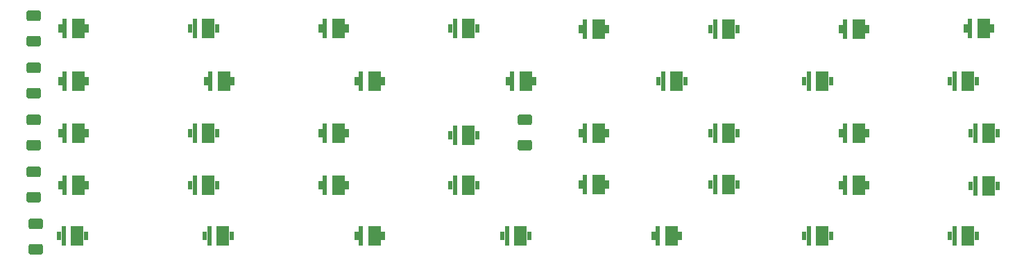
<source format=gbr>
%TF.GenerationSoftware,KiCad,Pcbnew,(5.1.9)-1*%
%TF.CreationDate,2021-12-14T13:52:55-06:00*%
%TF.ProjectId,Tri-Color-Panel,5472692d-436f-46c6-9f72-2d50616e656c,rev?*%
%TF.SameCoordinates,Original*%
%TF.FileFunction,Paste,Top*%
%TF.FilePolarity,Positive*%
%FSLAX46Y46*%
G04 Gerber Fmt 4.6, Leading zero omitted, Abs format (unit mm)*
G04 Created by KiCad (PCBNEW (5.1.9)-1) date 2021-12-14 13:52:55*
%MOMM*%
%LPD*%
G01*
G04 APERTURE LIST*
%ADD10R,1.600000X2.400000*%
%ADD11R,0.600000X2.400000*%
%ADD12R,0.500000X1.000000*%
G04 APERTURE END LIST*
D10*
%TO.C,D1*%
X91551000Y-79375000D03*
D11*
X89901000Y-79375000D03*
D12*
X89351000Y-79375000D03*
X92601000Y-79375000D03*
%TD*%
%TO.C,R1*%
G36*
G01*
X86731001Y-78475000D02*
X85480999Y-78475000D01*
G75*
G02*
X85231000Y-78225001I0J249999D01*
G01*
X85231000Y-77424999D01*
G75*
G02*
X85480999Y-77175000I249999J0D01*
G01*
X86731001Y-77175000D01*
G75*
G02*
X86981000Y-77424999I0J-249999D01*
G01*
X86981000Y-78225001D01*
G75*
G02*
X86731001Y-78475000I-249999J0D01*
G01*
G37*
G36*
G01*
X86731001Y-81575000D02*
X85480999Y-81575000D01*
G75*
G02*
X85231000Y-81325001I0J249999D01*
G01*
X85231000Y-80524999D01*
G75*
G02*
X85480999Y-80275000I249999J0D01*
G01*
X86731001Y-80275000D01*
G75*
G02*
X86981000Y-80524999I0J-249999D01*
G01*
X86981000Y-81325001D01*
G75*
G02*
X86731001Y-81575000I-249999J0D01*
G01*
G37*
%TD*%
%TO.C,R2*%
G36*
G01*
X86731001Y-100625000D02*
X85480999Y-100625000D01*
G75*
G02*
X85231000Y-100375001I0J249999D01*
G01*
X85231000Y-99574999D01*
G75*
G02*
X85480999Y-99325000I249999J0D01*
G01*
X86731001Y-99325000D01*
G75*
G02*
X86981000Y-99574999I0J-249999D01*
G01*
X86981000Y-100375001D01*
G75*
G02*
X86731001Y-100625000I-249999J0D01*
G01*
G37*
G36*
G01*
X86731001Y-97525000D02*
X85480999Y-97525000D01*
G75*
G02*
X85231000Y-97275001I0J249999D01*
G01*
X85231000Y-96474999D01*
G75*
G02*
X85480999Y-96225000I249999J0D01*
G01*
X86731001Y-96225000D01*
G75*
G02*
X86981000Y-96474999I0J-249999D01*
G01*
X86981000Y-97275001D01*
G75*
G02*
X86731001Y-97525000I-249999J0D01*
G01*
G37*
%TD*%
%TO.C,R3*%
G36*
G01*
X86731001Y-84825000D02*
X85480999Y-84825000D01*
G75*
G02*
X85231000Y-84575001I0J249999D01*
G01*
X85231000Y-83774999D01*
G75*
G02*
X85480999Y-83525000I249999J0D01*
G01*
X86731001Y-83525000D01*
G75*
G02*
X86981000Y-83774999I0J-249999D01*
G01*
X86981000Y-84575001D01*
G75*
G02*
X86731001Y-84825000I-249999J0D01*
G01*
G37*
G36*
G01*
X86731001Y-87925000D02*
X85480999Y-87925000D01*
G75*
G02*
X85231000Y-87675001I0J249999D01*
G01*
X85231000Y-86874999D01*
G75*
G02*
X85480999Y-86625000I249999J0D01*
G01*
X86731001Y-86625000D01*
G75*
G02*
X86981000Y-86874999I0J-249999D01*
G01*
X86981000Y-87675001D01*
G75*
G02*
X86731001Y-87925000I-249999J0D01*
G01*
G37*
%TD*%
%TO.C,R4*%
G36*
G01*
X86985001Y-106975000D02*
X85734999Y-106975000D01*
G75*
G02*
X85485000Y-106725001I0J249999D01*
G01*
X85485000Y-105924999D01*
G75*
G02*
X85734999Y-105675000I249999J0D01*
G01*
X86985001Y-105675000D01*
G75*
G02*
X87235000Y-105924999I0J-249999D01*
G01*
X87235000Y-106725001D01*
G75*
G02*
X86985001Y-106975000I-249999J0D01*
G01*
G37*
G36*
G01*
X86985001Y-103875000D02*
X85734999Y-103875000D01*
G75*
G02*
X85485000Y-103625001I0J249999D01*
G01*
X85485000Y-102824999D01*
G75*
G02*
X85734999Y-102575000I249999J0D01*
G01*
X86985001Y-102575000D01*
G75*
G02*
X87235000Y-102824999I0J-249999D01*
G01*
X87235000Y-103625001D01*
G75*
G02*
X86985001Y-103875000I-249999J0D01*
G01*
G37*
%TD*%
%TO.C,R5*%
G36*
G01*
X86731001Y-91175000D02*
X85480999Y-91175000D01*
G75*
G02*
X85231000Y-90925001I0J249999D01*
G01*
X85231000Y-90124999D01*
G75*
G02*
X85480999Y-89875000I249999J0D01*
G01*
X86731001Y-89875000D01*
G75*
G02*
X86981000Y-90124999I0J-249999D01*
G01*
X86981000Y-90925001D01*
G75*
G02*
X86731001Y-91175000I-249999J0D01*
G01*
G37*
G36*
G01*
X86731001Y-94275000D02*
X85480999Y-94275000D01*
G75*
G02*
X85231000Y-94025001I0J249999D01*
G01*
X85231000Y-93224999D01*
G75*
G02*
X85480999Y-92975000I249999J0D01*
G01*
X86731001Y-92975000D01*
G75*
G02*
X86981000Y-93224999I0J-249999D01*
G01*
X86981000Y-94025001D01*
G75*
G02*
X86731001Y-94275000I-249999J0D01*
G01*
G37*
%TD*%
%TO.C,R6*%
G36*
G01*
X146675001Y-94275000D02*
X145424999Y-94275000D01*
G75*
G02*
X145175000Y-94025001I0J249999D01*
G01*
X145175000Y-93224999D01*
G75*
G02*
X145424999Y-92975000I249999J0D01*
G01*
X146675001Y-92975000D01*
G75*
G02*
X146925000Y-93224999I0J-249999D01*
G01*
X146925000Y-94025001D01*
G75*
G02*
X146675001Y-94275000I-249999J0D01*
G01*
G37*
G36*
G01*
X146675001Y-91175000D02*
X145424999Y-91175000D01*
G75*
G02*
X145175000Y-90925001I0J249999D01*
G01*
X145175000Y-90124999D01*
G75*
G02*
X145424999Y-89875000I249999J0D01*
G01*
X146675001Y-89875000D01*
G75*
G02*
X146925000Y-90124999I0J-249999D01*
G01*
X146925000Y-90925001D01*
G75*
G02*
X146675001Y-91175000I-249999J0D01*
G01*
G37*
%TD*%
D10*
%TO.C,D2*%
X107426000Y-79375000D03*
D11*
X105776000Y-79375000D03*
D12*
X105226000Y-79375000D03*
X108476000Y-79375000D03*
%TD*%
%TO.C,D3*%
X124351000Y-79375000D03*
X121101000Y-79375000D03*
D11*
X121651000Y-79375000D03*
D10*
X123301000Y-79375000D03*
%TD*%
%TO.C,D4*%
X139176000Y-79375000D03*
D11*
X137526000Y-79375000D03*
D12*
X136976000Y-79375000D03*
X140226000Y-79375000D03*
%TD*%
%TO.C,D5*%
X156101000Y-79446000D03*
X152851000Y-79446000D03*
D11*
X153401000Y-79446000D03*
D10*
X155051000Y-79446000D03*
%TD*%
%TO.C,D6*%
X170926000Y-79446000D03*
D11*
X169276000Y-79446000D03*
D12*
X168726000Y-79446000D03*
X171976000Y-79446000D03*
%TD*%
%TO.C,D7*%
X187851000Y-79446000D03*
X184601000Y-79446000D03*
D11*
X185151000Y-79446000D03*
D10*
X186801000Y-79446000D03*
%TD*%
%TO.C,D8*%
X202041000Y-79375000D03*
D11*
X200391000Y-79375000D03*
D12*
X199841000Y-79375000D03*
X203091000Y-79375000D03*
%TD*%
%TO.C,D9*%
X92601000Y-98496000D03*
X89351000Y-98496000D03*
D11*
X89901000Y-98496000D03*
D10*
X91551000Y-98496000D03*
%TD*%
%TO.C,D10*%
X107426000Y-98496000D03*
D11*
X105776000Y-98496000D03*
D12*
X105226000Y-98496000D03*
X108476000Y-98496000D03*
%TD*%
%TO.C,D11*%
X124351000Y-98496000D03*
X121101000Y-98496000D03*
D11*
X121651000Y-98496000D03*
D10*
X123301000Y-98496000D03*
%TD*%
%TO.C,D12*%
X139176000Y-98496000D03*
D11*
X137526000Y-98496000D03*
D12*
X136976000Y-98496000D03*
X140226000Y-98496000D03*
%TD*%
%TO.C,D13*%
X156116000Y-98425000D03*
X152866000Y-98425000D03*
D11*
X153416000Y-98425000D03*
D10*
X155066000Y-98425000D03*
%TD*%
D12*
%TO.C,D14*%
X171992000Y-98425000D03*
X168742000Y-98425000D03*
D11*
X169292000Y-98425000D03*
D10*
X170942000Y-98425000D03*
%TD*%
%TO.C,D15*%
X186801000Y-98496000D03*
D11*
X185151000Y-98496000D03*
D12*
X184601000Y-98496000D03*
X187851000Y-98496000D03*
%TD*%
%TO.C,D16*%
X203742000Y-98552000D03*
X200492000Y-98552000D03*
D11*
X201042000Y-98552000D03*
D10*
X202692000Y-98552000D03*
%TD*%
D12*
%TO.C,D17*%
X92601000Y-85796000D03*
X89351000Y-85796000D03*
D11*
X89901000Y-85796000D03*
D10*
X91551000Y-85796000D03*
%TD*%
D12*
%TO.C,D18*%
X110381000Y-85796000D03*
X107131000Y-85796000D03*
D11*
X107681000Y-85796000D03*
D10*
X109331000Y-85796000D03*
%TD*%
D12*
%TO.C,D19*%
X128759500Y-85796000D03*
X125509500Y-85796000D03*
D11*
X126059500Y-85796000D03*
D10*
X127709500Y-85796000D03*
%TD*%
%TO.C,D20*%
X146161000Y-85796000D03*
D11*
X144511000Y-85796000D03*
D12*
X143961000Y-85796000D03*
X147211000Y-85796000D03*
%TD*%
%TO.C,D21*%
X165626000Y-85796000D03*
X162376000Y-85796000D03*
D11*
X162926000Y-85796000D03*
D10*
X164576000Y-85796000D03*
%TD*%
%TO.C,D22*%
X182356000Y-85796000D03*
D11*
X180706000Y-85796000D03*
D12*
X180156000Y-85796000D03*
X183406000Y-85796000D03*
%TD*%
%TO.C,D23*%
X201186000Y-85796000D03*
X197936000Y-85796000D03*
D11*
X198486000Y-85796000D03*
D10*
X200136000Y-85796000D03*
%TD*%
%TO.C,D24*%
X91424000Y-104719000D03*
D11*
X89774000Y-104719000D03*
D12*
X89224000Y-104719000D03*
X92474000Y-104719000D03*
%TD*%
%TO.C,D25*%
X110254000Y-104719000D03*
X107004000Y-104719000D03*
D11*
X107554000Y-104719000D03*
D10*
X109204000Y-104719000D03*
%TD*%
%TO.C,D26*%
X127709500Y-104719000D03*
D11*
X126059500Y-104719000D03*
D12*
X125509500Y-104719000D03*
X128759500Y-104719000D03*
%TD*%
%TO.C,D27*%
X146592000Y-104719000D03*
X143342000Y-104719000D03*
D11*
X143892000Y-104719000D03*
D10*
X145542000Y-104719000D03*
%TD*%
%TO.C,D28*%
X163941000Y-104719000D03*
D11*
X162291000Y-104719000D03*
D12*
X161741000Y-104719000D03*
X164991000Y-104719000D03*
%TD*%
%TO.C,D29*%
X183406000Y-104719000D03*
X180156000Y-104719000D03*
D11*
X180706000Y-104719000D03*
D10*
X182356000Y-104719000D03*
%TD*%
%TO.C,D30*%
X200136000Y-104719000D03*
D11*
X198486000Y-104719000D03*
D12*
X197936000Y-104719000D03*
X201186000Y-104719000D03*
%TD*%
D10*
%TO.C,D31*%
X91551000Y-92146000D03*
D11*
X89901000Y-92146000D03*
D12*
X89351000Y-92146000D03*
X92601000Y-92146000D03*
%TD*%
D10*
%TO.C,D32*%
X107426000Y-92146000D03*
D11*
X105776000Y-92146000D03*
D12*
X105226000Y-92146000D03*
X108476000Y-92146000D03*
%TD*%
%TO.C,D33*%
X124351000Y-92146000D03*
X121101000Y-92146000D03*
D11*
X121651000Y-92146000D03*
D10*
X123301000Y-92146000D03*
%TD*%
%TO.C,D34*%
X139176000Y-92400000D03*
D11*
X137526000Y-92400000D03*
D12*
X136976000Y-92400000D03*
X140226000Y-92400000D03*
%TD*%
%TO.C,D35*%
X156101000Y-92146000D03*
X152851000Y-92146000D03*
D11*
X153401000Y-92146000D03*
D10*
X155051000Y-92146000D03*
%TD*%
%TO.C,D36*%
X170926000Y-92146000D03*
D11*
X169276000Y-92146000D03*
D12*
X168726000Y-92146000D03*
X171976000Y-92146000D03*
%TD*%
%TO.C,D37*%
X187851000Y-92146000D03*
X184601000Y-92146000D03*
D11*
X185151000Y-92146000D03*
D10*
X186801000Y-92146000D03*
%TD*%
%TO.C,D38*%
X202676000Y-92146000D03*
D11*
X201026000Y-92146000D03*
D12*
X200476000Y-92146000D03*
X203726000Y-92146000D03*
%TD*%
M02*

</source>
